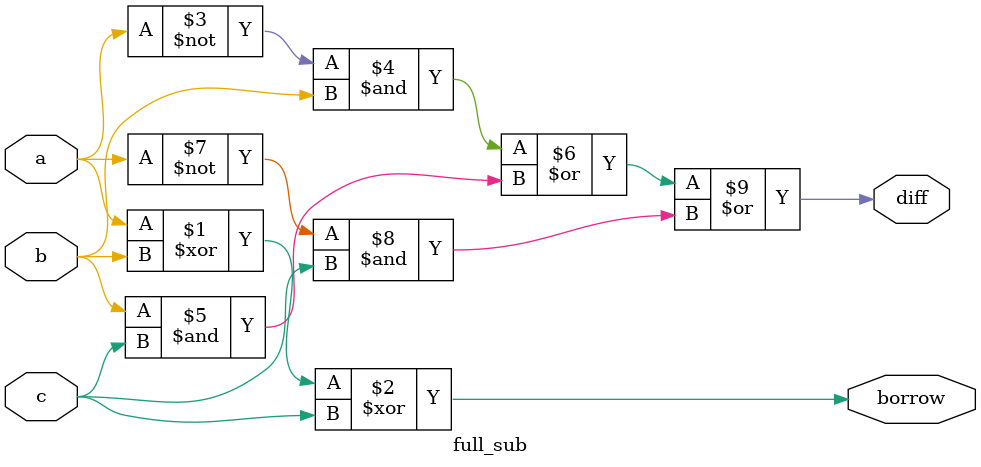
<source format=v>
module full_sub(a,b,c,borrow,diff);
  
  input a,b,c;
  
  output borrow,diff;
  
  assign borrow = a^b^c;
    
  assign diff = ~a&b|b&c|~a&c;
      
endmodule

</source>
